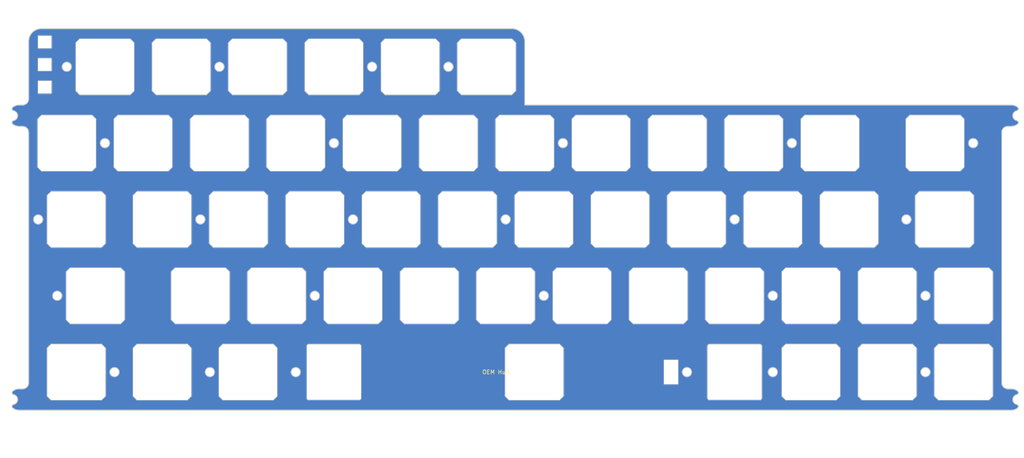
<source format=kicad_pcb>
(kicad_pcb (version 20240108) (generator "pcbnew") (generator_version "8.0")
  (layers (0 "F.Cu" signal) (31 "B.Cu" signal) (34 "B.Paste" user) (35 "F.Paste" user) (36 "B.SilkS" user "B.Silkscreen") (37 "F.SilkS" user "F.Silkscreen") (38 "B.Mask" user) (39 "F.Mask" user) (44 "Edge.Cuts" user))
  (net 0 "")
  (net 1 "GND")
  (footprint "cipulot_parts:ecs_plate_cut_1U" (layer "F.Cu") (at 242.8875 115.8875)
    (property "Reference" "REF**")
    (property "Value" "Value " (hide yes))
    (fp_line (start -7.3 -6) (end -7.3 6) (stroke (width 0.12)) (layer "Edge.Cuts"))
    (fp_line (start -7.3 6) (end -6.3 7) (stroke (width 0.12)) (layer "Edge.Cuts"))
    (fp_line (start -6.3 -7) (end -7.3 -6) (stroke (width 0.12)) (layer "Edge.Cuts"))
    (fp_line (start -6.3 7) (end 6.3 7) (stroke (width 0.12)) (layer "Edge.Cuts"))
    (fp_line (start 6.3 -7) (end -6.3 -7) (stroke (width 0.12)) (layer "Edge.Cuts"))
    (fp_line (start 6.3 -7) (end 7.3 -6) (stroke (width 0.12)) (layer "Edge.Cuts"))
    (fp_line (start 6.3 7) (end 7.3 6) (stroke (width 0.12)) (layer "Edge.Cuts"))
    (fp_line (start 7.3 6) (end 7.3 -6) (stroke (width 0.12)) (layer "Edge.Cuts"))
  )
  (footprint "cipulot_parts:ecs_plate_cut_1U" (layer "F.Cu") (at 45.24375 115.8875)
    (property "Reference" "REF**")
    (property "Value" "Value " (hide yes))
    (fp_line (start -7.3 -6) (end -7.3 6) (stroke (width 0.12)) (layer "Edge.Cuts"))
    (fp_line (start -7.3 6) (end -6.3 7) (stroke (width 0.12)) (layer "Edge.Cuts"))
    (fp_line (start -6.3 -7) (end -7.3 -6) (stroke (width 0.12)) (layer "Edge.Cuts"))
    (fp_line (start -6.3 7) (end 6.3 7) (stroke (width 0.12)) (layer "Edge.Cuts"))
    (fp_line (start 6.3 -7) (end -6.3 -7) (stroke (width 0.12)) (layer "Edge.Cuts"))
    (fp_line (start 6.3 -7) (end 7.3 -6) (stroke (width 0.12)) (layer "Edge.Cuts"))
    (fp_line (start 6.3 7) (end 7.3 6) (stroke (width 0.12)) (layer "Edge.Cuts"))
    (fp_line (start 7.3 6) (end 7.3 -6) (stroke (width 0.12)) (layer "Edge.Cuts"))
  )
  (footprint "cipulot_parts:ecs_plate_cut_1U" (layer "F.Cu") (at 190.5 77.7875)
    (property "Reference" "REF**")
    (property "Value" "Value " (hide yes))
    (fp_line (start -7.3 -6) (end -7.3 6) (stroke (width 0.12)) (layer "Edge.Cuts"))
    (fp_line (start -7.3 6) (end -6.3 7) (stroke (width 0.12)) (layer "Edge.Cuts"))
    (fp_line (start -6.3 -7) (end -7.3 -6) (stroke (width 0.12)) (layer "Edge.Cuts"))
    (fp_line (start -6.3 7) (end 6.3 7) (stroke (width 0.12)) (layer "Edge.Cuts"))
    (fp_line (start 6.3 -7) (end -6.3 -7) (stroke (width 0.12)) (layer "Edge.Cuts"))
    (fp_line (start 6.3 -7) (end 7.3 -6) (stroke (width 0.12)) (layer "Edge.Cuts"))
    (fp_line (start 6.3 7) (end 7.3 6) (stroke (width 0.12)) (layer "Edge.Cuts"))
    (fp_line (start 7.3 6) (end 7.3 -6) (stroke (width 0.12)) (layer "Edge.Cuts"))
  )
  (footprint "cipulot_parts:ecs_plate_cut_1U" (layer "F.Cu") (at 261.9375 134.9375)
    (property "Reference" "REF**")
    (property "Value" "Value " (hide yes))
    (fp_line (start -7.3 -6) (end -7.3 6) (stroke (width 0.12)) (layer "Edge.Cuts"))
    (fp_line (start -7.3 6) (end -6.3 7) (stroke (width 0.12)) (layer "Edge.Cuts"))
    (fp_line (start -6.3 -7) (end -7.3 -6) (stroke (width 0.12)) (layer "Edge.Cuts"))
    (fp_line (start -6.3 7) (end 6.3 7) (stroke (width 0.12)) (layer "Edge.Cuts"))
    (fp_line (start 6.3 -7) (end -6.3 -7) (stroke (width 0.12)) (layer "Edge.Cuts"))
    (fp_line (start 6.3 -7) (end 7.3 -6) (stroke (width 0.12)) (layer "Edge.Cuts"))
    (fp_line (start 6.3 7) (end 7.3 6) (stroke (width 0.12)) (layer "Edge.Cuts"))
    (fp_line (start 7.3 6) (end 7.3 -6) (stroke (width 0.12)) (layer "Edge.Cuts"))
  )
  (footprint "cipulot_parts:ecs_plate_cut_1U" (layer "F.Cu") (at 123.825 58.7375)
    (property "Reference" "REF**")
    (property "Value" "Value " (hide yes))
    (fp_line (start -7.3 -6) (end -7.3 6) (stroke (width 0.12)) (layer "Edge.Cuts"))
    (fp_line (start -7.3 6) (end -6.3 7) (stroke (width 0.12)) (layer "Edge.Cuts"))
    (fp_line (start -6.3 -7) (end -7.3 -6) (stroke (width 0.12)) (layer "Edge.Cuts"))
    (fp_line (start -6.3 7) (end 6.3 7) (stroke (width 0.12)) (layer "Edge.Cuts"))
    (fp_line (start 6.3 -7) (end -6.3 -7) (stroke (width 0.12)) (layer "Edge.Cuts"))
    (fp_line (start 6.3 -7) (end 7.3 -6) (stroke (width 0.12)) (layer "Edge.Cuts"))
    (fp_line (start 6.3 7) (end 7.3 6) (stroke (width 0.12)) (layer "Edge.Cuts"))
    (fp_line (start 7.3 6) (end 7.3 -6) (stroke (width 0.12)) (layer "Edge.Cuts"))
  )
  (footprint "cipulot_parts:ecs_plate_cut_1U" (layer "F.Cu") (at 261.9375 115.8875)
    (property "Reference" "REF**")
    (property "Value" "Value " (hide yes))
    (fp_line (start -7.3 -6) (end -7.3 6) (stroke (width 0.12)) (layer "Edge.Cuts"))
    (fp_line (start -7.3 6) (end -6.3 7) (stroke (width 0.12)) (layer "Edge.Cuts"))
    (fp_line (start -6.3 -7) (end -7.3 -6) (stroke (width 0.12)) (layer "Edge.Cuts"))
    (fp_line (start -6.3 7) (end 6.3 7) (stroke (width 0.12)) (layer "Edge.Cuts"))
    (fp_line (start 6.3 -7) (end -6.3 -7) (stroke (width 0.12)) (layer "Edge.Cuts"))
    (fp_line (start 6.3 -7) (end 7.3 -6) (stroke (width 0.12)) (layer "Edge.Cuts"))
    (fp_line (start 6.3 7) (end 7.3 6) (stroke (width 0.12)) (layer "Edge.Cuts"))
    (fp_line (start 7.3 6) (end 7.3 -6) (stroke (width 0.12)) (layer "Edge.Cuts"))
  )
  (footprint "cipulot_parts:ecs_plate_cut_1U" (layer "F.Cu") (at 85.725 58.7375)
    (property "Reference" "REF**")
    (property "Value" "Value " (hide yes))
    (fp_line (start -7.3 -6) (end -7.3 6) (stroke (width 0.12)) (layer "Edge.Cuts"))
    (fp_line (start -7.3 6) (end -6.3 7) (stroke (width 0.12)) (layer "Edge.Cuts"))
    (fp_line (start -6.3 -7) (end -7.3 -6) (stroke (width 0.12)) (layer "Edge.Cuts"))
    (fp_line (start -6.3 7) (end 6.3 7) (stroke (width 0.12)) (layer "Edge.Cuts"))
    (fp_line (start 6.3 -7) (end -6.3 -7) (stroke (width 0.12)) (layer "Edge.Cuts"))
    (fp_line (start 6.3 -7) (end 7.3 -6) (stroke (width 0.12)) (layer "Edge.Cuts"))
    (fp_line (start 6.3 7) (end 7.3 6) (stroke (width 0.12)) (layer "Edge.Cuts"))
    (fp_line (start 7.3 6) (end 7.3 -6) (stroke (width 0.12)) (layer "Edge.Cuts"))
  )
  (footprint "cipulot_parts:ecs_plate_cut_1U" (layer "F.Cu") (at 223.8375 115.8875)
    (property "Reference" "REF**")
    (property "Value" "Value " (hide yes))
    (fp_line (start -7.3 -6) (end -7.3 6) (stroke (width 0.12)) (layer "Edge.Cuts"))
    (fp_line (start -7.3 6) (end -6.3 7) (stroke (width 0.12)) (layer "Edge.Cuts"))
    (fp_line (start -6.3 -7) (end -7.3 -6) (stroke (width 0.12)) (layer "Edge.Cuts"))
    (fp_line (start -6.3 7) (end 6.3 7) (stroke (width 0.12)) (layer "Edge.Cuts"))
    (fp_line (start 6.3 -7) (end -6.3 -7) (stroke (width 0.12)) (layer "Edge.Cuts"))
    (fp_line (start 6.3 -7) (end 7.3 -6) (stroke (width 0.12)) (layer "Edge.Cuts"))
    (fp_line (start 6.3 7) (end 7.3 6) (stroke (width 0.12)) (layer "Edge.Cuts"))
    (fp_line (start 7.3 6) (end 7.3 -6) (stroke (width 0.12)) (layer "Edge.Cuts"))
  )
  (footprint "cipulot_parts:ecs_plate_cut_1U" (layer "F.Cu") (at 154.78125 134.9375)
    (property "Reference" "REF**")
    (property "Value" "Value " (hide yes))
    (fp_line (start -7.3 -6) (end -7.3 6) (stroke (width 0.12)) (layer "Edge.Cuts"))
    (fp_line (start -7.3 6) (end -6.3 7) (stroke (width 0.12)) (layer "Edge.Cuts"))
    (fp_line (start -6.3 -7) (end -7.3 -6) (stroke (width 0.12)) (layer "Edge.Cuts"))
    (fp_line (start -6.3 7) (end 6.3 7) (stroke (width 0.12)) (layer "Edge.Cuts"))
    (fp_line (start 6.3 -7) (end -6.3 -7) (stroke (width 0.12)) (layer "Edge.Cuts"))
    (fp_line (start 6.3 -7) (end 7.3 -6) (stroke (width 0.12)) (layer "Edge.Cuts"))
    (fp_line (start 6.3 7) (end 7.3 6) (stroke (width 0.12)) (layer "Edge.Cuts"))
    (fp_line (start 7.3 6) (end 7.3 -6) (stroke (width 0.12)) (layer "Edge.Cuts"))
  )
  (footprint "cipulot_parts:ecs_plate_cut_1U" (layer "F.Cu") (at 233.3625 96.8375)
    (property "Reference" "REF**")
    (property "Value" "Value " (hide yes))
    (fp_line (start -7.3 -6) (end -7.3 6) (stroke (width 0.12)) (layer "Edge.Cuts"))
    (fp_line (start -7.3 6) (end -6.3 7) (stroke (width 0.12)) (layer "Edge.Cuts"))
    (fp_line (start -6.3 -7) (end -7.3 -6) (stroke (width 0.12)) (layer "Edge.Cuts"))
    (fp_line (start -6.3 7) (end 6.3 7) (stroke (width 0.12)) (layer "Edge.Cuts"))
    (fp_line (start 6.3 -7) (end -6.3 -7) (stroke (width 0.12)) (layer "Edge.Cuts"))
    (fp_line (start 6.3 -7) (end 7.3 -6) (stroke (width 0.12)) (layer "Edge.Cuts"))
    (fp_line (start 6.3 7) (end 7.3 6) (stroke (width 0.12)) (layer "Edge.Cuts"))
    (fp_line (start 7.3 6) (end 7.3 -6) (stroke (width 0.12)) (layer "Edge.Cuts"))
  )
  (footprint "cipulot_parts:ecs_plate_cut_1U" (layer "F.Cu") (at 61.9125 96.8375)
    (property "Reference" "REF**")
    (property "Value" "Value " (hide yes))
    (fp_line (start -7.3 -6) (end -7.3 6) (stroke (width 0.12)) (layer "Edge.Cuts"))
    (fp_line (start -7.3 6) (end -6.3 7) (stroke (width 0.12)) (layer "Edge.Cuts"))
    (fp_line (start -6.3 -7) (end -7.3 -6) (stroke (width 0.12)) (layer "Edge.Cuts"))
    (fp_line (start -6.3 7) (end 6.3 7) (stroke (width 0.12)) (layer "Edge.Cuts"))
    (fp_line (start 6.3 -7) (end -6.3 -7) (stroke (width 0.12)) (layer "Edge.Cuts"))
    (fp_line (start 6.3 -7) (end 7.3 -6) (stroke (width 0.12)) (layer "Edge.Cuts"))
    (fp_line (start 6.3 7) (end 7.3 6) (stroke (width 0.12)) (layer "Edge.Cuts"))
    (fp_line (start 7.3 6) (end 7.3 -6) (stroke (width 0.12)) (layer "Edge.Cuts"))
  )
  (footprint "cipulot_parts:ecs_plate_cut_6.25U_space_stab" (layer "F.Cu") (at 154.78125 134.9375)
    (property "Reference" "REF**")
    (property "Value" "Value " (hide yes))
    (fp_line (start -56.8065 6.45) (end -56.8065 -6.45) (stroke (width 0.12)) (layer "Edge.Cuts"))
    (fp_line (start -56.3065 -6.95) (end -43.7065 -6.95) (stroke (width 0.12)) (layer "Edge.Cuts"))
    (fp_line (start -43.7065 6.95) (end -56.3065 6.95) (stroke (width 0.12)) (layer "Edge.Cuts"))
    (fp_line (start -43.2065 -6.45) (end -43.2065 6.45) (stroke (width 0.12)) (layer "Edge.Cuts"))
    (fp_line (start 43.2065 6.45) (end 43.2065 -6.45) (stroke (width 0.12)) (layer "Edge.Cuts"))
    (fp_line (start 43.7065 -6.95) (end 56.3065 -6.95) (stroke (width 0.12)) (layer "Edge.Cuts"))
    (fp_line (start 56.3065 6.95) (end 43.7065 6.95) (stroke (width 0.12)) (layer "Edge.Cuts"))
    (fp_line (start 56.8065 -6.45) (end 56.8065 6.45) (stroke (width 0.12)) (layer "Edge.Cuts"))
    (fp_arc (start -56.8065 -6.45) (mid -56.660053 -6.803553) (end -56.3065 -6.95) (stroke (width 0.12)) (layer "Edge.Cuts"))
    (fp_arc (start -56.3065 6.95) (mid -56.660053 6.803553) (end -56.8065 6.45) (stroke (width 0.12)) (layer "Edge.Cuts"))
    (fp_arc (start -43.7065 -6.95) (mid -43.352947 -6.803553) (end -43.2065 -6.45) (stroke (width 0.12)) (layer "Edge.Cuts"))
    (fp_arc (start -43.2065 6.45) (mid -43.352947 6.803553) (end -43.7065 6.95) (stroke (width 0.12)) (layer "Edge.Cuts"))
    (fp_arc (start 43.2065 -6.45) (mid 43.352947 -6.803553) (end 43.7065 -6.95) (stroke (width 0.12)) (layer "Edge.Cuts"))
    (fp_arc (start 43.7065 6.95) (mid 43.352947 6.803553) (end 43.2065 6.45) (stroke (width 0.12)) (layer "Edge.Cuts"))
    (fp_arc (start 56.3065 -6.95) (mid 56.660053 -6.803553) (end 56.8065 -6.45) (stroke (width 0.12)) (layer "Edge.Cuts"))
    (fp_arc (start 56.8065 6.45) (mid 56.660053 6.803553) (end 56.3065 6.95) (stroke (width 0.12)) (layer "Edge.Cuts"))
  )
  (footprint "cipulot_parts:ecs_plate_cut_1U" (layer "F.Cu") (at 242.8875 134.9375)
    (property "Reference" "REF**")
    (property "Value" "Value " (hide yes))
    (fp_line (start -7.3 -6) (end -7.3 6) (stroke (width 0.12)) (layer "Edge.Cuts"))
    (fp_line (start -7.3 6) (end -6.3 7) (stroke (width 0.12)) (layer "Edge.Cuts"))
    (fp_line (start -6.3 -7) (end -7.3 -6) (stroke (width 0.12)) (layer "Edge.Cuts"))
    (fp_line (start -6.3 7) (end 6.3 7) (stroke (width 0.12)) (layer "Edge.Cuts"))
    (fp_line (start 6.3 -7) (end -6.3 -7) (stroke (width 0.12)) (layer "Edge.Cuts"))
    (fp_line (start 6.3 -7) (end 7.3 -6) (stroke (width 0.12)) (layer "Edge.Cuts"))
    (fp_line (start 6.3 7) (end 7.3 6) (stroke (width 0.12)) (layer "Edge.Cuts"))
    (fp_line (start 7.3 6) (end 7.3 -6) (stroke (width 0.12)) (layer "Edge.Cuts"))
  )
  (footprint "cipulot_parts:ecs_plate_cut_1U" (layer "F.Cu") (at 95.25 77.7875)
    (property "Reference" "REF**")
    (property "Value" "Value " (hide yes))
    (fp_line (start -7.3 -6) (end -7.3 6) (stroke (width 0.12)) (layer "Edge.Cuts"))
    (fp_line (start -7.3 6) (end -6.3 7) (stroke (width 0.12)) (layer "Edge.Cuts"))
    (fp_line (start -6.3 -7) (end -7.3 -6) (stroke (width 0.12)) (layer "Edge.Cuts"))
    (fp_line (start -6.3 7) (end 6.3 7) (stroke (width 0.12)) (layer "Edge.Cuts"))
    (fp_line (start 6.3 -7) (end -6.3 -7) (stroke (width 0.12)) (layer "Edge.Cuts"))
    (fp_line (start 6.3 -7) (end 7.3 -6) (stroke (width 0.12)) (layer "Edge.Cuts"))
    (fp_line (start 6.3 7) (end 7.3 6) (stroke (width 0.12)) (layer "Edge.Cuts"))
    (fp_line (start 7.3 6) (end 7.3 -6) (stroke (width 0.12)) (layer "Edge.Cuts"))
  )
  (footprint "cipulot_parts:ecs_plate_cut_1U" (layer "F.Cu") (at 157.1625 96.8375)
    (property "Reference" "REF**")
    (property "Value" "Value " (hide yes))
    (fp_line (start -7.3 -6) (end -7.3 6) (stroke (width 0.12)) (layer "Edge.Cuts"))
    (fp_line (start -7.3 6) (end -6.3 7) (stroke (width 0.12)) (layer "Edge.Cuts"))
    (fp_line (start -6.3 -7) (end -7.3 -6) (stroke (width 0.12)) (layer "Edge.Cuts"))
    (fp_line (start -6.3 7) (end 6.3 7) (stroke (width 0.12)) (layer "Edge.Cuts"))
    (fp_line (start 6.3 -7) (end -6.3 -7) (stroke (width 0.12)) (layer "Edge.Cuts"))
    (fp_line (start 6.3 -7) (end 7.3 -6) (stroke (width 0.12)) (layer "Edge.Cuts"))
    (fp_line (start 6.3 7) (end 7.3 6) (stroke (width 0.12)) (layer "Edge.Cuts"))
    (fp_line (start 7.3 6) (end 7.3 -6) (stroke (width 0.12)) (layer "Edge.Cuts"))
  )
  (footprint "cipulot_parts:ecs_plate_cut_1U" (layer "F.Cu") (at 109.5375 115.8875)
    (property "Reference" "REF**")
    (property "Value" "Value " (hide yes))
    (fp_line (start -7.3 -6) (end -7.3 6) (stroke (width 0.12)) (layer "Edge.Cuts"))
    (fp_line (start -7.3 6) (end -6.3 7) (stroke (width 0.12)) (layer "Edge.Cuts"))
    (fp_line (start -6.3 -7) (end -7.3 -6) (stroke (width 0.12)) (layer "Edge.Cuts"))
    (fp_line (start -6.3 7) (end 6.3 7) (stroke (width 0.12)) (layer "Edge.Cuts"))
    (fp_line (start 6.3 -7) (end -6.3 -7) (stroke (width 0.12)) (layer "Edge.Cuts"))
    (fp_line (start 6.3 -7) (end 7.3 -6) (stroke (width 0.12)) (layer "Edge.Cuts"))
    (fp_line (start 6.3 7) (end 7.3 6) (stroke (width 0.12)) (layer "Edge.Cuts"))
    (fp_line (start 7.3 6) (end 7.3 -6) (stroke (width 0.12)) (layer "Edge.Cuts"))
  )
  (footprint "cipulot_parts:ecs_plate_cut_1U" (layer "F.Cu") (at 176.2125 96.8375)
    (property "Reference" "REF**")
    (property "Value" "Value " (hide yes))
    (fp_line (start -7.3 -6) (end -7.3 6) (stroke (width 0.12)) (layer "Edge.Cuts"))
    (fp_line (start -7.3 6) (end -6.3 7) (stroke (width 0.12)) (layer "Edge.Cuts"))
    (fp_line (start -6.3 -7) (end -7.3 -6) (stroke (width 0.12)) (layer "Edge.Cuts"))
    (fp_line (start -6.3 7) (end 6.3 7) (stroke (width 0.12)) (layer "Edge.Cuts"))
    (fp_line (start 6.3 -7) (end -6.3 -7) (stroke (width 0.12)) (layer "Edge.Cuts"))
    (fp_line (start 6.3 -7) (end 7.3 -6) (stroke (width 0.12)) (layer "Edge.Cuts"))
    (fp_line (start 6.3 7) (end 7.3 6) (stroke (width 0.12)) (layer "Edge.Cuts"))
    (fp_line (start 7.3 6) (end 7.3 -6) (stroke (width 0.12)) (layer "Edge.Cuts"))
  )
  (footprint "cipulot_parts:ecs_plate_cut_1U" (layer "F.Cu") (at 76.2 77.7875)
    (property "Reference" "REF**")
    (property "Value" "Value " (hide yes))
    (fp_line (start -7.3 -6) (end -7.3 6) (stroke (width 0.12)) (layer "Edge.Cuts"))
    (fp_line (start -7.3 6) (end -6.3 7) (stroke (width 0.12)) (layer "Edge.Cuts"))
    (fp_line (start -6.3 -7) (end -7.3 -6) (stroke (width 0.12)) (layer "Edge.Cuts"))
    (fp_line (start -6.3 7) (end 6.3 7) (stroke (width 0.12)) (layer "Edge.Cuts"))
    (fp_line (start 6.3 -7) (end -6.3 -7) (stroke (width 0.12)) (layer "Edge.Cuts"))
    (fp_line (start 6.3 -7) (end 7.3 -6) (stroke (width 0.12)) (layer "Edge.Cuts"))
    (fp_line (start 6.3 7) (end 7.3 6) (stroke (width 0.12)) (layer "Edge.Cuts"))
    (fp_line (start 7.3 6) (end 7.3 -6) (stroke (width 0.12)) (layer "Edge.Cuts"))
  )
  (footprint "cipulot_parts:ecs_plate_cut_1U" (layer "F.Cu") (at 66.675 58.7375)
    (property "Reference" "REF**")
    (property "Value" "Value " (hide yes))
    (fp_line (start -7.3 -6) (end -7.3 6) (stroke (width 0.12)) (layer "Edge.Cuts"))
    (fp_line (start -7.3 6) (end -6.3 7) (stroke (width 0.12)) (layer "Edge.Cuts"))
    (fp_line (start -6.3 -7) (end -7.3 -6) (stroke (width 0.12)) (layer "Edge.Cuts"))
    (fp_line (start -6.3 7) (end 6.3 7) (stroke (width 0.12)) (layer "Edge.Cuts"))
    (fp_line (start 6.3 -7) (end -6.3 -7) (stroke (width 0.12)) (layer "Edge.Cuts"))
    (fp_line (start 6.3 -7) (end 7.3 -6) (stroke (width 0.12)) (layer "Edge.Cuts"))
    (fp_line (start 6.3 7) (end 7.3 6) (stroke (width 0.12)) (layer "Edge.Cuts"))
    (fp_line (start 7.3 6) (end 7.3 -6) (stroke (width 0.12)) (layer "Edge.Cuts"))
  )
  (footprint "cipulot_parts:ecs_plate_cut_1U" (layer "F.Cu") (at 128.5875 115.8875)
    (property "Reference" "REF**")
    (property "Value" "Value " (hide yes))
    (fp_line (start -7.3 -6) (end -7.3 6) (stroke (width 0.12)) (layer "Edge.Cuts"))
    (fp_line (start -7.3 6) (end -6.3 7) (stroke (width 0.12)) (layer "Edge.Cuts"))
    (fp_line (start -6.3 -7) (end -7.3 -6) (stroke (width 0.12)) (layer "Edge.Cuts"))
    (fp_line (start -6.3 7) (end 6.3 7) (stroke (width 0.12)) (layer "Edge.Cuts"))
    (fp_line (start 6.3 -7) (end -6.3 -7) (stroke (width 0.12)) (layer "Edge.Cuts"))
    (fp_line (start 6.3 -7) (end 7.3 -6) (stroke (width 0.12)) (layer "Edge.Cuts"))
    (fp_line (start 6.3 7) (end 7.3 6) (stroke (width 0.12)) (layer "Edge.Cuts"))
    (fp_line (start 7.3 6) (end 7.3 -6) (stroke (width 0.12)) (layer "Edge.Cuts"))
  )
  (footprint "cipulot_parts:ecs_plate_cut_1U" (layer "F.Cu") (at 40.48125 134.9375)
    (property "Reference" "REF**")
    (property "Value" "Value " (hide yes))
    (fp_line (start -7.3 -6) (end -7.3 6) (stroke (width 0.12)) (layer "Edge.Cuts"))
    (fp_line (start -7.3 6) (end -6.3 7) (stroke (width 0.12)) (layer "Edge.Cuts"))
    (fp_line (start -6.3 -7) (end -7.3 -6) (stroke (width 0.12)) (layer "Edge.Cuts"))
    (fp_line (start -6.3 7) (end 6.3 7) (stroke (width 0.12)) (layer "Edge.Cuts"))
    (fp_line (start 6.3 -7) (end -6.3 -7) (stroke (width 0.12)) (layer "Edge.Cuts"))
    (fp_line (start 6.3 -7) (end 7.3 -6) (stroke (width 0.12)) (layer "Edge.Cuts"))
    (fp_line (start 6.3 7) (end 7.3 6) (stroke (width 0.12)) (layer "Edge.Cuts"))
    (fp_line (start 7.3 6) (end 7.3 -6) (stroke (width 0.12)) (layer "Edge.Cuts"))
  )
  (footprint "cipulot_parts:ecs_plate_cut_1U" (layer "F.Cu") (at 57.15 77.7875)
    (property "Reference" "REF**")
    (property "Value" "Value " (hide yes))
    (fp_line (start -7.3 -6) (end -7.3 6) (stroke (width 0.12)) (layer "Edge.Cuts"))
    (fp_line (start -7.3 6) (end -6.3 7) (stroke (width 0.12)) (layer "Edge.Cuts"))
    (fp_line (start -6.3 -7) (end -7.3 -6) (stroke (width 0.12)) (layer "Edge.Cuts"))
    (fp_line (start -6.3 7) (end 6.3 7) (stroke (width 0.12)) (layer "Edge.Cuts"))
    (fp_line (start 6.3 -7) (end -6.3 -7) (stroke (width 0.12)) (layer "Edge.Cuts"))
    (fp_line (start 6.3 -7) (end 7.3 -6) (stroke (width 0.12)) (layer "Edge.Cuts"))
    (fp_line (start 6.3 7) (end 7.3 6) (stroke (width 0.12)) (layer "Edge.Cuts"))
    (fp_line (start 7.3 6) (end 7.3 -6) (stroke (width 0.12)) (layer "Edge.Cuts"))
  )
  (footprint "cipulot_parts:ecs_plate_cut_1U" (layer "F.Cu") (at 47.625 58.7375)
    (property "Reference" "REF**")
    (property "Value" "Value " (hide yes))
    (fp_line (start -7.3 -6) (end -7.3 6) (stroke (width 0.12)) (layer "Edge.Cuts"))
    (fp_line (start -7.3 6) (end -6.3 7) (stroke (width 0.12)) (layer "Edge.Cuts"))
    (fp_line (start -6.3 -7) (end -7.3 -6) (stroke (width 0.12)) (layer "Edge.Cuts"))
    (fp_line (start -6.3 7) (end 6.3 7) (stroke (width 0.12)) (layer "Edge.Cuts"))
    (fp_line (start 6.3 -7) (end -6.3 -7) (stroke (width 0.12)) (layer "Edge.Cuts"))
    (fp_line (start 6.3 -7) (end 7.3 -6) (stroke (width 0.12)) (layer "Edge.Cuts"))
    (fp_line (start 6.3 7) (end 7.3 6) (stroke (width 0.12)) (layer "Edge.Cuts"))
    (fp_line (start 7.3 6) (end 7.3 -6) (stroke (width 0.12)) (layer "Edge.Cuts"))
  )
  (footprint "cipulot_parts:ecs_plate_cut_1U" (layer "F.Cu") (at 40.48125 96.8375)
    (property "Reference" "REF**")
    (property "Value" "Value " (hide yes))
    (fp_line (start -7.3 -6) (end -7.3 6) (stroke (width 0.12)) (layer "Edge.Cuts"))
    (fp_line (start -7.3 6) (end -6.3 7) (stroke (width 0.12)) (layer "Edge.Cuts"))
    (fp_line (start -6.3 -7) (end -7.3 -6) (stroke (width 0.12)) (layer "Edge.Cuts"))
    (fp_line (start -6.3 7) (end 6.3 7) (stroke (width 0.12)) (layer "Edge.Cuts"))
    (fp_line (start 6.3 -7) (end -6.3 -7) (stroke (width 0.12)) (layer "Edge.Cuts"))
    (fp_line (start 6.3 -7) (end 7.3 -6) (stroke (width 0.12)) (layer "Edge.Cuts"))
    (fp_line (start 6.3 7) (end 7.3 6) (stroke (width 0.12)) (layer "Edge.Cuts"))
    (fp_line (start 7.3 6) (end 7.3 -6) (stroke (width 0.12)) (layer "Edge.Cuts"))
  )
  (footprint "cipulot_parts:ecs_plate_cut_1U" (layer "F.Cu") (at 171.45 77.7875)
    (property "Reference" "REF**")
    (property "Value" "Value " (hide yes))
    (fp_line (start -7.3 -6) (end -7.3 6) (stroke (width 0.12)) (layer "Edge.Cuts"))
    (fp_line (start -7.3 6) (end -6.3 7) (stroke (width 0.12)) (layer "Edge.Cuts"))
    (fp_line (start -6.3 -7) (end -7.3 -6) (stroke (width 0.12)) (layer "Edge.Cuts"))
    (fp_line (start -6.3 7) (end 6.3 7) (stroke (width 0.12)) (layer "Edge.Cuts"))
    (fp_line (start 6.3 -7) (end -6.3 -7) (stroke (width 0.12)) (layer "Edge.Cuts"))
    (fp_line (start 6.3 -7) (end 7.3 -6) (stroke (width 0.12)) (layer "Edge.Cuts"))
    (fp_line (start 6.3 7) (end 7.3 6) (stroke (width 0.12)) (layer "Edge.Cuts"))
    (fp_line (start 7.3 6) (end 7.3 -6) (stroke (width 0.12)) (layer "Edge.Cuts"))
  )
  (footprint "cipulot_parts:ecs_plate_cut_1U" (layer "F.Cu") (at 100.0125 96.8375)
    (property "Reference" "REF**")
    (property "Value" "Value " (hide yes))
    (fp_line (start -7.3 -6) (end -7.3 6) (stroke (width 0.12)) (layer "Edge.Cuts"))
    (fp_line (start -7.3 6) (end -6.3 7) (stroke (width 0.12)) (layer "Edge.Cuts"))
    (fp_line (start -6.3 -7) (end -7.3 -6) (stroke (width 0.12)) (layer "Edge.Cuts"))
    (fp_line (start -6.3 7) (end 6.3 7) (stroke (width 0.12)) (layer "Edge.Cuts"))
    (fp_line (start 6.3 -7) (end -6.3 -7) (stroke (width 0.12)) (layer "Edge.Cuts"))
    (fp_line (start 6.3 -7) (end 7.3 -6) (stroke (width 0.12)) (layer "Edge.Cuts"))
    (fp_line (start 6.3 7) (end 7.3 6) (stroke (width 0.12)) (layer "Edge.Cuts"))
    (fp_line (start 7.3 6) (end 7.3 -6) (stroke (width 0.12)) (layer "Edge.Cuts"))
  )
  (footprint "cipulot_parts:ecs_plate_cut_1U" (layer "F.Cu") (at 114.3 77.7875)
    (property "Reference" "REF**")
    (property "Value" "Value " (hide yes))
    (fp_line (start -7.3 -6) (end -7.3 6) (stroke (width 0.12)) (layer "Edge.Cuts"))
    (fp_line (start -7.3 6) (end -6.3 7) (stroke (width 0.12)) (layer "Edge.Cuts"))
    (fp_line (start -6.3 -7) (end -7.3 -6) (stroke (width 0.12)) (layer "Edge.Cuts"))
    (fp_line (start -6.3 7) (end 6.3 7) (stroke (width 0.12)) (layer "Edge.Cuts"))
    (fp_line (start 6.3 -7) (end -6.3 -7) (stroke (width 0.12)) (layer "Edge.Cuts"))
    (fp_line (start 6.3 -7) (end 7.3 -6) (stroke (width 0.12)) (layer "Edge.Cuts"))
    (fp_line (start 6.3 7) (end 7.3 6) (stroke (width 0.12)) (layer "Edge.Cuts"))
    (fp_line (start 7.3 6) (end 7.3 -6) (stroke (width 0.12)) (layer "Edge.Cuts"))
  )
  (footprint "cipulot_parts:ecs_plate_cut_1U" (layer "F.Cu") (at 204.7875 115.8875)
    (property "Reference" "REF**")
    (property "Value" "Value " (hide yes))
    (fp_line (start -7.3 -6) (end -7.3 6) (stroke (width 0.12)) (layer "Edge.Cuts"))
    (fp_line (start -7.3 6) (end -6.3 7) (stroke (width 0.12)) (layer "Edge.Cuts"))
    (fp_line (start -6.3 -7) (end -7.3 -6) (stroke (width 0.12)) (layer "Edge.Cuts"))
    (fp_line (start -6.3 7) (end 6.3 7) (stroke (width 0.12)) (layer "Edge.Cuts"))
    (fp_line (start 6.3 -7) (end -6.3 -7) (stroke (width 0.12)) (layer "Edge.Cuts"))
    (fp_line (start 6.3 -7) (end 7.3 -6) (stroke (width 0.12)) (layer "Edge.Cuts"))
    (fp_line (start 6.3 7) (end 7.3 6) (stroke (width 0.12)) (layer "Edge.Cuts"))
    (fp_line (start 7.3 6) (end 7.3 -6) (stroke (width 0.12)) (layer "Edge.Cuts"))
  )
  (footprint "cipulot_parts:ecs_plate_cut_1U" (layer "F.Cu") (at 80.9625 96.8375)
    (property "Reference" "REF**")
    (property "Value" "Value " (hide yes))
    (fp_line (start -7.3 -6) (end -7.3 6) (stroke (width 0.12)) (layer "Edge.Cuts"))
    (fp_line (start -7.3 6) (end -6.3 7) (stroke (width 0.12)) (layer "Edge.Cuts"))
    (fp_line (start -6.3 -7) (end -7.3 -6) (stroke (width 0.12)) (layer "Edge.Cuts"))
    (fp_line (start -6.3 7) (end 6.3 7) (stroke (width 0.12)) (layer "Edge.Cuts"))
    (fp_line (start 6.3 -7) (end -6.3 -7) (stroke (width 0.12)) (layer "Edge.Cuts"))
    (fp_line (start 6.3 -7) (end 7.3 -6) (stroke (width 0.12)) (layer "Edge.Cuts"))
    (fp_line (start 6.3 7) (end 7.3 6) (stroke (width 0.12)) (layer "Edge.Cuts"))
    (fp_line (start 7.3 6) (end 7.3 -6) (stroke (width 0.12)) (layer "Edge.Cuts"))
  )
  (footprint "cipulot_parts:ecs_plate_cut_1U" (layer "F.Cu") (at 83.34375 134.9375)
    (property "Reference" "REF**")
    (property "Value" "Value " (hide yes))
    (fp_line (start -7.3 -6) (end -7.3 6) (stroke (width 0.12)) (layer "Edge.Cuts"))
    (fp_line (start -7.3 6) (end -6.3 7) (stroke (width 0.12)) (layer "Edge.Cuts"))
    (fp_line (start -6.3 -7) (end -7.3 -6) (stroke (width 0.12)) (layer "Edge.Cuts"))
    (fp_line (start -6.3 7) (end 6.3 7) (stroke (width 0.12)) (layer "Edge.Cuts"))
    (fp_line (start 6.3 -7) (end -6.3 -7) (stroke (width 0.12)) (layer "Edge.Cuts"))
    (fp_line (start 6.3 -7) (end 7.3 -6) (stroke (width 0.12)) (layer "Edge.Cuts"))
    (fp_line (start 6.3 7) (end 7.3 6) (stroke (width 0.12)) (layer "Edge.Cuts"))
    (fp_line (start 7.3 6) (end 7.3 -6) (stroke (width 0.12)) (layer "Edge.Cuts"))
  )
  (footprint "cipulot_parts:ecs_plate_cut_1U" (layer "F.Cu") (at 214.3125 96.8375)
    (property "Reference" "REF**")
    (property "Value" "Value " (hide yes))
    (fp_line (start -7.3 -6) (end -7.3 6) (stroke (width 0.12)) (layer "Edge.Cuts"))
    (fp_line (start -7.3 6) (end -6.3 7) (stroke (width 0.12)) (layer "Edge.Cuts"))
    (fp_line (start -6.3 -7) (end -7.3 -6) (stroke (width 0.12)) (layer "Edge.Cuts"))
    (fp_line (start -6.3 7) (end 6.3 7) (stroke (width 0.12)) (layer "Edge.Cuts"))
    (fp_line (start 6.3 -7) (end -6.3 -7) (stroke (width 0.12)) (layer "Edge.Cuts"))
    (fp_line (start 6.3 -7) (end 7.3 -6) (stroke (width 0.12)) (layer "Edge.Cuts"))
    (fp_line (start 6.3 7) (end 7.3 6) (stroke (width 0.12)) (layer "Edge.Cuts"))
    (fp_line (start 7.3 6) (end 7.3 -6) (stroke (width 0.12)) (layer "Edge.Cuts"))
  )
  (footprint "cipulot_parts:ecs_plate_cut_1U" (layer "F.Cu") (at 38.1 77.7875)
    (property "Reference" "REF**")
    (property "Value" "Value " (hide yes))
    (fp_line (start -7.3 -6) (end -7.3 6) (stroke (width 0.12)) (layer "Edge.Cuts"))
    (fp_line (start -7.3 6) (end -6.3 7) (stroke (width 0.12)) (layer "Edge.Cuts"))
    (fp_line (start -6.3 -7) (end -7.3 -6) (stroke (width 0.12)) (layer "Edge.Cuts"))
    (fp_line (start -6.3 7) (end 6.3 7) (stroke (width 0.12)) (layer "Edge.Cuts"))
    (fp_line (start 6.3 -7) (end -6.3 -7) (stroke (width 0.12)) (layer "Edge.Cuts"))
    (fp_line (start 6.3 -7) (end 7.3 -6) (stroke (width 0.12)) (layer "Edge.Cuts"))
    (fp_line (start 6.3 7) (end 7.3 6) (stroke (width 0.12)) (layer "Edge.Cuts"))
    (fp_line (start 7.3 6) (end 7.3 -6) (stroke (width 0.12)) (layer "Edge.Cuts"))
  )
  (footprint "cipulot_parts:ecs_plate_cut_1U" (layer "F.Cu") (at 138.1125 96.8375)
    (property "Reference" "REF**")
    (property "Value" "Value " (hide yes))
    (fp_line (start -7.3 -6) (end -7.3 6) (stroke (width 0.12)) (layer "Edge.Cuts"))
    (fp_line (start -7.3 6) (end -6.3 7) (stroke (width 0.12)) (layer "Edge.Cuts"))
    (fp_line (start -6.3 -7) (end -7.3 -6) (stroke (width 0.12)) (layer "Edge.Cuts"))
    (fp_line (start -6.3 7) (end 6.3 7) (stroke (width 0.12)) (layer "Edge.Cuts"))
    (fp_line (start 6.3 -7) (end -6.3 -7) (stroke (width 0.12)) (layer "Edge.Cuts"))
    (fp_line (start 6.3 -7) (end 7.3 -6) (stroke (width 0.12)) (layer "Edge.Cuts"))
    (fp_line (start 6.3 7) (end 7.3 6) (stroke (width 0.12)) (layer "Edge.Cuts"))
    (fp_line (start 7.3 6) (end 7.3 -6) (stroke (width 0.12)) (layer "Edge.Cuts"))
  )
  (footprint "cipulot_parts:ecs_plate_cut_1U" (layer "F.Cu") (at 254.79375 77.7875)
    (property "Reference" "REF**")
    (property "Value" "Value " (hide yes))
    (fp_line (start -7.3 -6) (end -7.3 6) (stroke (width 0.12)) (layer "Edge.Cuts"))
    (fp_line (start -7.3 6) (end -6.3 7) (stroke (width 0.12)) (layer "Edge.Cuts"))
    (fp_line (start -6.3 -7) (end -7.3 -6) (stroke (width 0.12)) (layer "Edge.Cuts"))
    (fp_line (start -6.3 7) (end 6.3 7) (stroke (width 0.12)) (layer "Edge.Cuts"))
    (fp_line (start 6.3 -7) (end -6.3 -7) (stroke (width 0.12)) (layer "Edge.Cuts"))
    (fp_line (start 6.3 -7) (end 7.3 -6) (stroke (width 0.12)) (layer "Edge.Cuts"))
    (fp_line (start 6.3 7) (end 7.3 6) (stroke (width 0.12)) (layer "Edge.Cuts"))
    (fp_line (start 7.3 6) (end 7.3 -6) (stroke (width 0.12)) (layer "Edge.Cuts"))
  )
  (footprint "cipulot_parts:ecs_plate_cut_1U" (layer "F.Cu") (at 223.8375 134.9375)
    (property "Reference" "REF**")
    (property "Value" "Value " (hide yes))
    (fp_line (start -7.3 -6) (end -7.3 6) (stroke (width 0.12)) (layer "Edge.Cuts"))
    (fp_line (start -7.3 6) (end -6.3 7) (stroke (width 0.12)) (layer "Edge.Cuts"))
    (fp_line (start -6.3 -7) (end -7.3 -6) (stroke (width 0.12)) (layer "Edge.Cuts"))
    (fp_line (start -6.3 7) (end 6.3 7) (stroke (width 0.12)) (layer "Edge.Cuts"))
    (fp_line (start 6.3 -7) (end -6.3 -7) (stroke (width 0.12)) (layer "Edge.Cuts"))
    (fp_line (start 6.3 -7) (end 7.3 -6) (stroke (width 0.12)) (layer "Edge.Cuts"))
    (fp_line (start 6.3 7) (end 7.3 6) (stroke (width 0.12)) (layer "Edge.Cuts"))
    (fp_line (start 7.3 6) (end 7.3 -6) (stroke (width 0.12)) (layer "Edge.Cuts"))
  )
  (footprint "cipulot_parts:ecs_plate_cut_1U" (layer "F.Cu") (at 209.55 77.7875)
    (property "Reference" "REF**")
    (property "Value" "Value " (hide yes))
    (fp_line (start -7.3 -6) (end -7.3 6) (stroke (width 0.12)) (layer "Edge.Cuts"))
    (fp_line (start -7.3 6) (end -6.3 7) (stroke (width 0.12)) (layer "Edge.Cuts"))
    (fp_line (start -6.3 -7) (end -7.3 -6) (stroke (width 0.12)) (layer "Edge.Cuts"))
    (fp_line (start -6.3 7) (end 6.3 7) (stroke (width 0.12)) (layer "Edge.Cuts"))
    (fp_line (start 6.3 -7) (end -6.3 -7) (stroke (width 0.12)) (layer "Edge.Cuts"))
    (fp_line (start 6.3 -7) (end 7.3 -6) (stroke (width 0.12)) (layer "Edge.Cuts"))
    (fp_line (start 6.3 7) (end 7.3 6) (stroke (width 0.12)) (layer "Edge.Cuts"))
    (fp_line (start 7.3 6) (end 7.3 -6) (stroke (width 0.12)) (layer "Edge.Cuts"))
  )
  (footprint "cipulot_parts:ecs_plate_cut_1U" (layer "F.Cu") (at 195.2625 96.8375)
    (property "Reference" "REF**")
    (property "Value" "Value " (hide yes))
    (fp_line (start -7.3 -6) (end -7.3 6) (stroke (width 0.12)) (layer "Edge.Cuts"))
    (fp_line (start -7.3 6) (end -6.3 7) (stroke (width 0.12)) (layer "Edge.Cuts"))
    (fp_line (start -6.3 -7) (end -7.3 -6) (stroke (width 0.12)) (layer "Edge.Cuts"))
    (fp_line (start -6.3 7) (end 6.3 7) (stroke (width 0.12)) (layer "Edge.Cuts"))
    (fp_line (start 6.3 -7) (end -6.3 -7) (stroke (width 0.12)) (layer "Edge.Cuts"))
    (fp_line (start 6.3 -7) (end 7.3 -6) (stroke (width 0.12)) (layer "Edge.Cuts"))
    (fp_line (start 6.3 7) (end 7.3 6) (stroke (width 0.12)) (layer "Edge.Cuts"))
    (fp_line (start 7.3 6) (end 7.3 -6) (stroke (width 0.12)) (layer "Edge.Cuts"))
  )
  (footprint "cipulot_parts:ecs_plate_cut_1U" (layer "F.Cu") (at 185.7375 115.8875)
    (property "Reference" "REF**")
    (property "Value" "Value " (hide yes))
    (fp_line (start -7.3 -6) (end -7.3 6) (stroke (width 0.12)) (layer "Edge.Cuts"))
    (fp_line (start -7.3 6) (end -6.3 7) (stroke (width 0.12)) (layer "Edge.Cuts"))
    (fp_line (start -6.3 -7) (end -7.3 -6) (stroke (width 0.12)) (layer "Edge.Cuts"))
    (fp_line (start -6.3 7) (end 6.3 7) (stroke (width 0.12)) (layer "Edge.Cuts"))
    (fp_line (start 6.3 -7) (end -6.3 -7) (stroke (width 0.12)) (layer "Edge.Cuts"))
    (fp_line (start 6.3 -7) (end 7.3 -6) (stroke (width 0.12)) (layer "Edge.Cuts"))
    (fp_line (start 6.3 7) (end 7.3 6) (stroke (width 0.12)) (layer "Edge.Cuts"))
    (fp_line (start 7.3 6) (end 7.3 -6) (stroke (width 0.12)) (layer "Edge.Cuts"))
  )
  (footprint "cipulot_parts:ecs_plate_cut_1U" (layer "F.Cu") (at 61.9125 134.9375)
    (property "Reference" "REF**")
    (property "Value" "Value " (hide yes))
    (fp_line (start -7.3 -6) (end -7.3 6) (stroke (width 0.12)) (layer "Edge.Cuts"))
    (fp_line (start -7.3 6) (end -6.3 7) (stroke (width 0.12)) (layer "Edge.Cuts"))
    (fp_line (start -6.3 -7) (end -7.3 -6) (stroke (width 0.12)) (layer "Edge.Cuts"))
    (fp_line (start -6.3 7) (end 6.3 7) (stroke (width 0.12)) (layer "Edge.Cuts"))
    (fp_line (start 6.3 -7) (end -6.3 -7) (stroke (width 0.12)) (layer "Edge.Cuts"))
    (fp_line (start 6.3 -7) (end 7.3 -6) (stroke (width 0.12)) (layer "Edge.Cuts"))
    (fp_line (start 6.3 7) (end 7.3 6) (stroke (width 0.12)) (layer "Edge.Cuts"))
    (fp_line (start 7.3 6) (end 7.3 -6) (stroke (width 0.12)) (layer "Edge.Cuts"))
  )
  (footprint "cipulot_parts:ecs_plate_cut_1U" (layer "F.Cu") (at 147.6375 115.8875)
    (property "Reference" "REF**")
    (property "Value" "Value " (hide yes))
    (fp_line (start -7.3 -6) (end -7.3 6) (stroke (width 0.12)) (layer "Edge.Cuts"))
    (fp_line (start -7.3 6) (end -6.3 7) (stroke (width 0.12)) (layer "Edge.Cuts"))
    (fp_line (start -6.3 -7) (end -7.3 -6) (stroke (width 0.12)) (layer "Edge.Cuts"))
    (fp_line (start -6.3 7) (end 6.3 7) (stroke (width 0.12)) (layer "Edge.Cuts"))
    (fp_line (start 6.3 -7) (end -6.3 -7) (stroke (width 0.12)) (layer "Edge.Cuts"))
    (fp_line (start 6.3 -7) (end 7.3 -6) (stroke (width 0.12)) (layer "Edge.Cuts"))
    (fp_line (start 6.3 7) (end 7.3 6) (stroke (width 0.12)) (layer "Edge.Cuts"))
    (fp_line (start 7.3 6) (end 7.3 -6) (stroke (width 0.12)) (layer "Edge.Cuts"))
  )
  (footprint "cipulot_parts:ecs_plate_cut_1U" (layer "F.Cu") (at 119.0625 96.8375)
    (property "Reference" "REF**")
    (property "Value" "Value " (hide yes))
    (fp_line (start -7.3 -6) (end -7.3 6) (stroke (width 0.12)) (layer "Edge.Cuts"))
    (fp_line (start -7.3 6) (end -6.3 7) (stroke (width 0.12)) (layer "Edge.Cuts"))
    (fp_line (start -6.3 -7) (end -7.3 -6) (stroke (width 0.12)) (layer "Edge.Cuts"))
    (fp_line (start -6.3 7) (end 6.3 7) (stroke (width 0.12)) (layer "Edge.Cuts"))
    (fp_line (start 6.3 -7) (end -6.3 -7) (stroke (width 0.12)) (layer "Edge.Cuts"))
    (fp_line (start 6.3 -7) (end 7.3 -6) (stroke (width 0.12)) (layer "Edge.Cuts"))
    (fp_line (start 6.3 7) (end 7.3 6) (stroke (width 0.12)) (layer "Edge.Cuts"))
    (fp_line (start 7.3 6) (end 7.3 -6) (stroke (width 0.12)) (layer "Edge.Cuts"))
  )
  (footprint "cipulot_parts:ecs_plate_cut_1U" (layer "F.Cu") (at 152.4 77.7875)
    (property "Reference" "REF**")
    (property "Value" "Value " (hide yes))
    (fp_line (start -7.3 -6) (end -7.3 6) (stroke (width 0.12)) (layer "Edge.Cuts"))
    (fp_line (start -7.3 6) (end -6.3 7) (stroke (width 0.12)) (layer "Edge.Cuts"))
    (fp_line (start -6.3 -7) (end -7.3 -6) (stroke (width 0.12)) (layer "Edge.Cuts"))
    (fp_line (start -6.3 7) (end 6.3 7) (stroke (width 0.12)) (layer "Edge.Cuts"))
    (fp_line (start 6.3 -7) (end -6.3 -7) (stroke (width 0.12)) (layer "Edge.Cuts"))
    (fp_line (start 6.3 -7) (end 7.3 -6) (stroke (width 0.12)) (layer "Edge.Cuts"))
    (fp_line (start 6.3 7) (end 7.3 6) (stroke (width 0.12)) (layer "Edge.Cuts"))
    (fp_line (start 7.3 6) (end 7.3 -6) (stroke (width 0.12)) (layer "Edge.Cuts"))
  )
  (footprint "cipulot_parts:ecs_plate_cut_1U" (layer "F.Cu") (at 90.4875 115.8875)
    (property "Reference" "REF**")
    (property "Value" "Value " (hide yes))
    (fp_line (start -7.3 -6) (end -7.3 6) (stroke (width 0.12)) (layer "Edge.Cuts"))
    (fp_line (start -7.3 6) (end -6.3 7) (stroke (width 0.12)) (layer "Edge.Cuts"))
    (fp_line (start -6.3 -7) (end -7.3 -6) (stroke (width 0.12)) (layer "Edge.Cuts"))
    (fp_line (start -6.3 7) (end 6.3 7) (stroke (width 0.12)) (layer "Edge.Cuts"))
    (fp_line (start 6.3 -7) (end -6.3 -7) (stroke (width 0.12)) (layer "Edge.Cuts"))
    (fp_line (start 6.3 -7) (end 7.3 -6) (stroke (width 0.12)) (layer "Edge.Cuts"))
    (fp_line (start 6.3 7) (end 7.3 6) (stroke (width 0.12)) (layer "Edge.Cuts"))
    (fp_line (start 7.3 6) (end 7.3 -6) (stroke (width 0.12)) (layer "Edge.Cuts"))
  )
  (footprint "cipulot_parts:ecs_plate_cut_1U" (layer "F.Cu") (at 257.175 96.8375)
    (property "Reference" "REF**")
    (property "Value" "Value " (hide yes))
    (fp_line (start -7.3 -6) (end -7.3 6) (stroke (width 0.12)) (layer "Edge.Cuts"))
    (fp_line (start -7.3 6) (end -6.3 7) (stroke (width 0.12)) (layer "Edge.Cuts"))
    (fp_line (start -6.3 -7) (end -7.3 -6) (stroke (width 0.12)) (layer "Edge.Cuts"))
    (fp_line (start -6.3 7) (end 6.3 7) (stroke (width 0.12)) (layer "Edge.Cuts"))
    (fp_line (start 6.3 -7) (end -6.3 -7) (stroke (width 0.12)) (layer "Edge.Cuts"))
    (fp_line (start 6.3 -7) (end 7.3 -6) (stroke (width 0.12)) (layer "Edge.Cuts"))
    (fp_line (start 6.3 7) (end 7.3 6) (stroke (width 0.12)) (layer "Edge.Cuts"))
    (fp_line (start 7.3 6) (end 7.3 -6) (stroke (width 0.12)) (layer "Edge.Cuts"))
  )
  (footprint "cipulot_parts:ecs_plate_cut_1U" (layer "F.Cu") (at 166.6875 115.8875)
    (property "Reference" "REF**")
    (property "Value" "Value " (hide yes))
    (fp_line (start -7.3 -6) (end -7.3 6) (stroke (width 0.12)) (layer "Edge.Cuts"))
    (fp_line (start -7.3 6) (end -6.3 7) (stroke (width 0.12)) (layer "Edge.Cuts"))
    (fp_line (start -6.3 -7) (end -7.3 -6) (stroke (width 0.12)) (layer "Edge.Cuts"))
    (fp_line (start -6.3 7) (end 6.3 7) (stroke (width 0.12)) (layer "Edge.Cuts"))
    (fp_line (start 6.3 -7) (end -6.3 -7) (stroke (width 0.12)) (layer "Edge.Cuts"))
    (fp_line (start 6.3 -7) (end 7.3 -6) (stroke (width 0.12)) (layer "Edge.Cuts"))
    (fp_line (start 6.3 7) (end 7.3 6) (stroke (width 0.12)) (layer "Edge.Cuts"))
    (fp_line (start 7.3 6) (end 7.3 -6) (stroke (width 0.12)) (layer "Edge.Cuts"))
  )
  (footprint "cipulot_parts:ecs_plate_cut_1U" (layer "F.Cu") (at 104.775 58.7375)
    (property "Reference" "REF**")
    (property "Value" "Value " (hide yes))
    (fp_line (start -7.3 -6) (end -7.3 6) (stroke (width 0.12)) (layer "Edge.Cuts"))
    (fp_line (start -7.3 6) (end -6.3 7) (stroke (width 0.12)) (layer "Edge.Cuts"))
    (fp_line (start -6.3 -7) (end -7.3 -6) (stroke (width 0.12)) (layer "Edge.Cuts"))
    (fp_line (start -6.3 7) (end 6.3 7) (stroke (width 0.12)) (layer "Edge.Cuts"))
    (fp_line (start 6.3 -7) (end -6.3 -7) (stroke (width 0.12)) (layer "Edge.Cuts"))
    (fp_line (start 6.3 -7) (end 7.3 -6) (stroke (width 0.12)) (layer "Edge.Cuts"))
    (fp_line (start 6.3 7) (end 7.3 6) (stroke (width 0.12)) (layer "Edge.Cuts"))
    (fp_line (start 7.3 6) (end 7.3 -6) (stroke (width 0.12)) (layer "Edge.Cuts"))
  )
  (footprint "cipulot_parts:ecs_plate_cut_1U" (layer "F.Cu") (at 133.35 77.7875)
    (property "Reference" "REF**")
    (property "Value" "Value " (hide yes))
    (fp_line (start -7.3 -6) (end -7.3 6) (stroke (width 0.12)) (layer "Edge.Cuts"))
    (fp_line (start -7.3 6) (end -6.3 7) (stroke (width 0.12)) (layer "Edge.Cuts"))
    (fp_line (start -6.3 -7) (end -7.3 -6) (stroke (width 0.12)) (layer "Edge.Cuts"))
    (fp_line (start -6.3 7) (end 6.3 7) (stroke (width 0.12)) (layer "Edge.Cuts"))
    (fp_line (start 6.3 -7) (end -6.3 -7) (stroke (width 0.12)) (layer "Edge.Cuts"))
    (fp_line (start 6.3 -7) (end 7.3 -6) (stroke (width 0.12)) (layer "Edge.Cuts"))
    (fp_line (start 6.3 7) (end 7.3 6) (stroke (width 0.12)) (layer "Edge.Cuts"))
    (fp_line (start 7.3 6) (end 7.3 -6) (stroke (width 0.12)) (layer "Edge.Cuts"))
  )
  (footprint "cipulot_parts:ecs_plate_cut_1U" (layer "F.Cu") (at 228.6 77.7875)
    (property "Reference" "REF**")
    (property "Value" "Value " (hide yes))
    (fp_line (start -7.3 -6) (end -7.3 6) (stroke (width 0.12)) (layer "Edge.Cuts"))
    (fp_line (start -7.3 6) (end -6.3 7) (stroke (width 0.12)) (layer "Edge.Cuts"))
    (fp_line (start -6.3 -7) (end -7.3 -6) (stroke (width 0.12)) (layer "Edge.Cuts"))
    (fp_line (start -6.3 7) (end 6.3 7) (stroke (width 0.12)) (layer "Edge.Cuts"))
    (fp_line (start 6.3 -7) (end -6.3 -7) (stroke (width 0.12)) (layer "Edge.Cuts"))
    (fp_line (start 6.3 -7) (end 7.3 -6) (stroke (width 0.12)) (layer "Edge.Cuts"))
    (fp_line (start 6.3 7) (end 7.3 6) (stroke (width 0.12)) (layer "Edge.Cuts"))
    (fp_line (start 7.3 6) (end 7.3 -6) (stroke (width 0.12)) (layer "Edge.Cuts"))
  )
  (footprint "cipulot_parts:ecs_plate_cut_1U" (layer "F.Cu") (at 71.4375 115.8875)
    (property "Reference" "REF**")
    (property "Value" "Value " (hide yes))
    (fp_line (start -7.3 -6) (end -7.3 6) (stroke (width 0.12)) (layer "Edge.Cuts"))
    (fp_line (start -7.3 6) (end -6.3 7) (stroke (width 0.12)) (layer "Edge.Cuts"))
    (fp_line (start -6.3 -7) (end -7.3 -6) (stroke (width 0.12)) (layer "Edge.Cuts"))
    (fp_line (start -6.3 7) (end 6.3 7) (stroke (width 0.12)) (layer "Edge.Cuts"))
    (fp_line (start 6.3 -7) (end -6.3 -7) (stroke (width 0.12)) (layer "Edge.Cuts"))
    (fp_line (start 6.3 -7) (end 7.3 -6) (stroke (width 0.12)) (layer "Edge.Cuts"))
    (fp_line (start 6.3 7) (end 7.3 6) (stroke (width 0.12)) (layer "Edge.Cuts"))
    (fp_line (start 7.3 6) (end 7.3 -6) (stroke (width 0.12)) (layer "Edge.Cuts"))
  )
  (footprint "cipulot_parts:ecs_plate_cut_1U" (layer "F.Cu") (at 142.875 58.7375)
    (property "Reference" "REF**")
    (property "Value" "Value " (hide yes))
    (fp_line (start -7.3 -6) (end -7.3 6) (stroke (width 0.12)) (layer "Edge.Cuts"))
    (fp_line (start -7.3 6) (end -6.3 7) (stroke (width 0.12)) (layer "Edge.Cuts"))
    (fp_line (start -6.3 -7) (end -7.3 -6) (stroke (width 0.12)) (layer "Edge.Cuts"))
    (fp_line (start -6.3 7) (end 6.3 7) (stroke (width 0.12)) (layer "Edge.Cuts"))
    (fp_line (start 6.3 -7) (end -6.3 -7) (stroke (width 0.12)) (layer "Edge.Cuts"))
    (fp_line (start 6.3 -7) (end 7.3 -6) (stroke (width 0.12)) (layer "Edge.Cuts"))
    (fp_line (start 6.3 7) (end 7.3 6) (stroke (width 0.12)) (layer "Edge.Cuts"))
    (fp_line (start 7.3 6) (end 7.3 -6) (stroke (width 0.12)) (layer "Edge.Cuts"))
  )
  (gr_arc (start 275.429947 73.048896) (mid 274.655728 73.467679) (end 273.7875 73.6125) (stroke (width 0.2)) (layer "Edge.Cuts"))
  (gr_circle (center 100.0125 115.8875) (end 101.1625 115.8875) (stroke (width 0.2)) (fill none) (layer "Edge.Cuts"))
  (gr_arc (start 26.25 73.6125) (mid 25.381771 73.467679) (end 24.607553 73.048896) (stroke (width 0.2)) (layer "Edge.Cuts"))
  (gr_arc (start 28.575 52.3875) (mid 29.504936 50.142436) (end 31.75 49.2125) (stroke (width 0.2)) (layer "Edge.Cuts"))
  (gr_circle (center 47.625 77.7875) (end 48.775 77.7875) (stroke (width 0.2)) (fill none) (layer "Edge.Cuts"))
  (gr_rect (start 30.899001 50.952301) (end 34.298999 54.152701) (stroke (width 0.1)) (fill none) (layer "Edge.Cuts"))
  (gr_circle (center 247.65 96.8375) (end 248.8 96.8375) (stroke (width 0.2)) (fill none) (layer "Edge.Cuts"))
  (gr_line (start 31.75 49.2125) (end 149.225 49.2125) (stroke (width 0.2)) (layer "Edge.Cuts"))
  (gr_line (start 272.9625 73.6125) (end 273.7875 73.6125) (stroke (width 0.2)) (layer "Edge.Cuts"))
  (gr_arc (start 27.075 73.6125) (mid 28.13566 74.05184) (end 28.575 75.1125) (stroke (width 0.2)) (layer "Edge.Cuts"))
  (gr_arc (start 28.575 137.6125) (mid 28.13566 138.67316) (end 27.075 139.1125) (stroke (width 0.2)) (layer "Edge.Cuts"))
  (gr_circle (center 214.3125 134.9375) (end 215.4625 134.9375) (stroke (width 0.2)) (fill none) (layer "Edge.Cuts"))
  (gr_circle (center 73.81875 134.9375) (end 74.96875 134.9375) (stroke (width 0.2)) (fill none) (layer "Edge.Cuts"))
  (gr_circle (center 50.00625 134.9375) (end 51.15625 134.9375) (stroke (width 0.2)) (fill none) (layer "Edge.Cuts"))
  (gr_line (start 28.575 66.7625) (end 28.575 52.3875) (stroke (width 0.2)) (layer "Edge.Cuts"))
  (gr_line (start 273.7875 68.2625) (end 152.4 68.2625) (stroke (width 0.2)) (layer "Edge.Cuts"))
  (gr_circle (center 157.1625 115.8875) (end 158.3125 115.8875) (stroke (width 0.2)) (fill none) (layer "Edge.Cuts"))
  (gr_arc (start 24.607553 73.048896) (mid 24.428051 72.53883) (end 24.817537 72.163745) (stroke (width 0.2)) (layer "Edge.Cuts"))
  (gr_circle (center 30.95625 96.8375) (end 32.10625 96.8375) (stroke (width 0.2)) (fill none) (layer "Edge.Cuts"))
  (gr_arc (start 26.25 144.4625) (mid 25.381771 144.317679) (end 24.607553 143.898896) (stroke (width 0.2)) (layer "Edge.Cuts"))
  (gr_circle (center 161.925 77.7875) (end 163.075 77.7875) (stroke (width 0.2)) (fill none) (layer "Edge.Cuts"))
  (gr_line (start 26.25 73.6125) (end 27.075 73.6125) (stroke (width 0.2)) (layer "Edge.Cuts"))
  (gr_arc (start 275.219963 143.013745) (mid 274.2125 141.7875) (end 275.219963 140.561255) (stroke (width 0.2)) (layer "Edge.Cuts"))
  (gr_circle (center 147.6375 96.8375) (end 148.7875 96.8375) (stroke (width 0.2)) (fill none) (layer "Edge.Cuts"))
  (gr_circle (center 114.3 58.7375) (end 115.45 58.7375) (stroke (width 0.2)) (fill none) (layer "Edge.Cuts"))
  (gr_arc (start 271.4625 75.1125) (mid 271.90184 74.05184) (end 272.9625 73.6125) (stroke (width 0.2)) (layer "Edge.Cuts"))
  (gr_circle (center 35.71875 115.8875) (end 36.86875 115.8875) (stroke (width 0.2)) (fill none) (layer "Edge.Cuts"))
  (gr_arc (start 275.219963 143.013745) (mid 275.609371 143.388817) (end 275.429947 143.898896) (stroke (width 0.2)) (layer "Edge.Cuts"))
  (gr_circle (center 219.075 77.7875) (end 220.225 77.7875) (stroke (width 0.2)) (fill none) (layer "Edge.Cuts"))
  (gr_circle (center 192.88125 134.9375) (end 194.03125 134.9375) (stroke (width 0.2)) (fill none) (layer "Edge.Cuts"))
  (gr_line (start 27.075 68.2625) (end 26.25 68.2625) (stroke (width 0.2)) (layer "Edge.Cuts"))
  (gr_line (start 28.575 137.6125) (end 28.575 75.1125) (stroke (width 0.2)) (layer "Edge.Cuts"))
  (gr_circle (center 204.7875 96.8375) (end 205.9375 96.8375) (stroke (width 0.2)) (fill none) (layer "Edge.Cuts"))
  (gr_rect (start 30.900001 62.204601) (end 34.299999 65.405001) (stroke (width 0.1)) (fill none) (layer "Edge.Cuts"))
  (gr_circle (center 252.4125 134.9375) (end 253.5625 134.9375) (stroke (width 0.2)) (fill none) (layer "Edge.Cuts"))
  (gr_line (start 273.7875 139.1125) (end 272.9625 139.1125) (stroke (width 0.2)) (layer "Edge.Cuts"))
  (gr_arc (start 24.607553 68.826104) (mid 25.381772 68.407321) (end 26.25 68.2625) (stroke (width 0.2)) (layer "Edge.Cuts"))
  (gr_arc (start 275.219963 72.163745) (mid 275.60945 72.538812) (end 275.429947 73.048896) (stroke (width 0.2)) (layer "Edge.Cuts"))
  (gr_circle (center 109.5375 96.8375) (end 110.6875 96.8375) (stroke (width 0.2)) (fill none) (layer "Edge.Cuts"))
  (gr_circle (center 264.31875 77.7875) (end 265.46875 77.7875) (stroke (width 0.2)) (fill none) (layer "Edge.Cuts"))
  (gr_arc (start 273.7875 68.2625) (mid 274.655728 68.407321) (end 275.429947 68.826104) (stroke (width 0.2)) (layer "Edge.Cuts"))
  (gr_rect (start 187.123653 131.867762) (end 190.715197 138.012074) (stroke (width 0.1)) (fill none) (layer "Edge.Cuts"))
  (gr_line (start 271.4625 75.1125) (end 271.4625 137.6125) (stroke (width 0.2)) (layer "Edge.Cuts"))
  (gr_circle (center 38.1 58.7375) (end 39.25 58.7375) (stroke (width 0.2)) (fill none) (layer "Edge.Cuts"))
  (gr_arc (start 275.429947 68.826104) (mid 275.609464 69.336205) (end 275.219963 69.711255) (stroke (width 0.2)) (layer "Edge.Cuts"))
  (gr_arc (start 24.607553 143.898896) (mid 24.428051 143.38883) (end 24.817537 143.013745) (stroke (width 0.2)) (layer "Edge.Cuts"))
  (gr_arc (start 275.219963 72.163745) (mid 274.2125 70.9375) (end 275.219963 69.711255) (stroke (width 0.2)) (layer "Edge.Cuts"))
  (gr_circle (center 71.4375 96.8375) (end 72.5875 96.8375) (stroke (width 0.2)) (fill none) (layer "Edge.Cuts"))
  (gr_arc (start 24.817537 69.711255) (mid 24.428055 69.336169) (end 24.607553 68.826104) (stroke (width 0.2)) (layer "Edge.Cuts"))
  (gr_circle (center 104.775 77.7875) (end 105.925 77.7875) (stroke (width 0.2)) (fill none) (layer "Edge.Cuts"))
  (gr_circle (center 214.3125 115.8875) (end 215.4625 115.8875) (stroke (width 0.2)) (fill none) (layer "Edge.Cuts"))
  (gr_arc (start 24.817537 69.711255) (mid 25.825 70.9375) (end 24.817537 72.163745) (stroke (width 0.2)) (layer "Edge.Cuts"))
  (gr_arc (start 24.607553 139.676104) (mid 25.381772 139.257321) (end 26.25 139.1125) (stroke (width 0.2)) (layer "Edge.Cuts"))
  (gr_arc (start 275.429947 139.676104) (mid 275.609502 140.1862) (end 275.219963 140.561255) (stroke (width 0.2)) (layer "Edge.Cuts"))
  (gr_arc (start 149.225 49.2125) (mid 151.470035 50.142465) (end 152.4 52.3875) (stroke (width 0.2)) (layer "Edge.Cuts"))
  (gr_circle (center 133.35 58.7375) (end 134.5 58.7375) (stroke (width 0.2)) (fill none) (layer "Edge.Cuts"))
  (gr_arc (start 28.575 66.7625) (mid 28.13566 67.82316) (end 27.075 68.2625) (stroke (width 0.2)) (layer "Edge.Cuts"))
  (gr_line (start 152.4 52.3875) (end 152.4 68.2625) (stroke (width 0.2)) (layer "Edge.Cuts"))
  (gr_arc (start 273.7875 139.1125) (mid 274.655728 139.257321) (end 275.429947 139.676104) (stroke (width 0.2)) (layer "Edge.Cuts"))
  (gr_arc (start 24.817537 140.561255) (mid 24.428055 140.186169) (end 24.607553 139.676104) (stroke (width 0.2)) (layer "Edge.Cuts"))
  (gr_arc (start 275.429947 143.898896) (mid 274.655728 144.317679) (end 273.7875 144.4625) (stroke (width 0.2)) (layer "Edge.Cuts"))
  (gr_line (start 27.075 139.1125) (end 26.25 139.1125) (stroke (width 0.2)) (layer "Edge.Cuts"))
  (gr_rect (start 30.899001 56.584801) (end 34.298999 59.785201) (stroke (width 0.1)) (fill none) (layer "Edge.Cuts"))
  (gr_line (start 273.7875 144.4625) (end 26.25 144.4625) (stroke (width 0.2)) (layer "Edge.Cuts"))
  (gr_circle (center 252.4125 115.8875) (end 253.5625 115.8875) (stroke (width 0.2)) (fill none) (layer "Edge.Cuts"))
  (gr_arc (start 24.817537 140.561255) (mid 25.825 141.7875) (end 24.817537 143.013745) (stroke (width 0.2)) (layer "Edge.Cuts"))
  (gr_circle (center 76.2 58.7375) (end 77.35 58.7375) (stroke (width 0.2)) (fill none) (layer "Edge.Cuts"))
  (gr_circle (center 95.25 134.9375) (end 96.4 134.9375) (stroke (width 0.2)) (fill none) (layer "Edge.Cuts"))
  (gr_arc (start 272.9625 139.1125) (mid 271.90184 138.67316) (end 271.4625 137.6125) (stroke (width 0.2)) (layer "Edge.Cuts"))
  (gr_text "OEM Hull" (at 145.25625 134.9375 0) (layer "F.SilkS") (effects (font (size 1 1))))
  (zone (net 1) (net_name "GND") (layers "F&B.Cu") (connect_pads (clearance 0)) (min_thickness 0.025) (fill yes (thermal_gap 0.5) (thermal_bridge_width 0.5))
    (polygon (pts (xy 21.43125 42.06875) (xy 277.01875 42.06875) (xy 277.01875 155.575) (xy 21.43125 156.36875)))
  )
)
</source>
